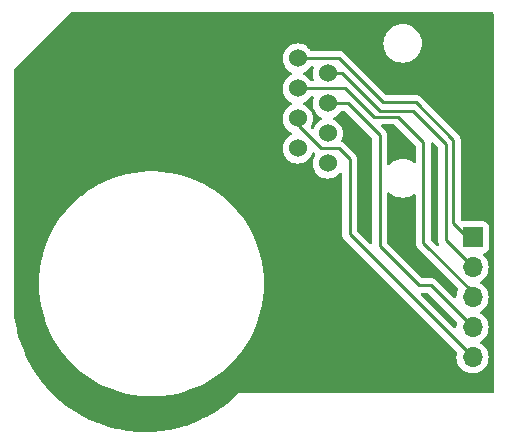
<source format=gbr>
%TF.GenerationSoftware,KiCad,Pcbnew,(7.0.0)*%
%TF.CreationDate,2023-04-04T21:03:58-04:00*%
%TF.ProjectId,StackLight,53746163-6b4c-4696-9768-742e6b696361,rev?*%
%TF.SameCoordinates,Original*%
%TF.FileFunction,Copper,L1,Top*%
%TF.FilePolarity,Positive*%
%FSLAX46Y46*%
G04 Gerber Fmt 4.6, Leading zero omitted, Abs format (unit mm)*
G04 Created by KiCad (PCBNEW (7.0.0)) date 2023-04-04 21:03:58*
%MOMM*%
%LPD*%
G01*
G04 APERTURE LIST*
%TA.AperFunction,ComponentPad*%
%ADD10R,1.700000X1.700000*%
%TD*%
%TA.AperFunction,ComponentPad*%
%ADD11O,1.700000X1.700000*%
%TD*%
%TA.AperFunction,ComponentPad*%
%ADD12C,1.524000*%
%TD*%
%TA.AperFunction,Conductor*%
%ADD13C,0.250000*%
%TD*%
G04 APERTURE END LIST*
D10*
%TO.P,J2,1,Pin_1*%
%TO.N,Net-(J1-Pad8)*%
X153923999Y-93979999D03*
D11*
%TO.P,J2,2,Pin_2*%
%TO.N,Net-(J1-Pad7)*%
X153923999Y-96519999D03*
%TO.P,J2,3,Pin_3*%
%TO.N,Net-(J1-Pad6)*%
X153923999Y-99059999D03*
%TO.P,J2,4,Pin_4*%
%TO.N,Net-(J1-Pad5)*%
X153923999Y-101599999D03*
%TO.P,J2,5,Pin_5*%
%TO.N,Net-(J1-Pad4)*%
X153923999Y-104139999D03*
%TD*%
D12*
%TO.P,J1,1*%
%TO.N,unconnected-(J1-Pad1)*%
X141662000Y-87730000D03*
%TO.P,J1,2*%
%TO.N,unconnected-(J1-Pad2)*%
X139122000Y-86460000D03*
%TO.P,J1,3*%
%TO.N,unconnected-(J1-Pad3)*%
X141662000Y-85190000D03*
%TO.P,J1,4*%
%TO.N,Net-(J1-Pad4)*%
X139122000Y-83920000D03*
%TO.P,J1,5*%
%TO.N,Net-(J1-Pad5)*%
X141662000Y-82650000D03*
%TO.P,J1,6*%
%TO.N,Net-(J1-Pad6)*%
X139122000Y-81380000D03*
%TO.P,J1,7*%
%TO.N,Net-(J1-Pad7)*%
X141662000Y-80110000D03*
%TO.P,J1,8*%
%TO.N,Net-(J1-Pad8)*%
X139122000Y-78840000D03*
%TD*%
D13*
%TO.N,Net-(J1-Pad4)*%
X141066430Y-86456430D02*
X139192000Y-84582000D01*
X142590430Y-86456430D02*
X141066430Y-86456430D01*
X143510000Y-93726000D02*
X143510000Y-87376000D01*
X143510000Y-87376000D02*
X142590430Y-86456430D01*
X153924000Y-104140000D02*
X143510000Y-93726000D01*
%TO.N,Net-(J1-Pad5)*%
X146050000Y-85344000D02*
X146050000Y-94742000D01*
X150368000Y-98044000D02*
X153924000Y-101600000D01*
X149352000Y-98044000D02*
X150368000Y-98044000D01*
X146050000Y-94742000D02*
X149352000Y-98044000D01*
X143356000Y-82650000D02*
X146050000Y-85344000D01*
X141662000Y-82650000D02*
X143356000Y-82650000D01*
%TO.N,Net-(J1-Pad6)*%
X149759495Y-94458826D02*
X149759495Y-85947495D01*
X143102000Y-81380000D02*
X139122000Y-81380000D01*
X147574000Y-83762000D02*
X145600000Y-83762000D01*
X149759495Y-85947495D02*
X147574000Y-83762000D01*
X153924000Y-99060000D02*
X153924000Y-98623331D01*
X153924000Y-98623331D02*
X149759495Y-94458826D01*
X145542000Y-83820000D02*
X143102000Y-81380000D01*
X145600000Y-83762000D02*
X145542000Y-83820000D01*
%TO.N,Net-(J1-Pad7)*%
X142848000Y-80110000D02*
X146050000Y-83312000D01*
X151638000Y-86106000D02*
X151638000Y-94234000D01*
X151638000Y-94234000D02*
X153924000Y-96520000D01*
X148844000Y-83312000D02*
X151638000Y-86106000D01*
X141662000Y-80110000D02*
X142848000Y-80110000D01*
X146050000Y-83312000D02*
X148844000Y-83312000D01*
%TO.N,Net-(J1-Pad8)*%
X152275000Y-92761777D02*
X153493223Y-93980000D01*
X142594000Y-78840000D02*
X146304000Y-82550000D01*
X146304000Y-82550000D02*
X149098000Y-82550000D01*
X149098000Y-82550000D02*
X152275000Y-85727000D01*
X139122000Y-78840000D02*
X142594000Y-78840000D01*
X153493223Y-93980000D02*
X153924000Y-93980000D01*
X152275000Y-85727000D02*
X152275000Y-92761777D01*
%TD*%
%TA.AperFunction,NonConductor*%
G36*
X155638500Y-74947381D02*
G01*
X155684619Y-74993500D01*
X155701500Y-75056500D01*
X155701500Y-107061500D01*
X155684619Y-107124500D01*
X155638500Y-107170619D01*
X155575500Y-107187500D01*
X144780099Y-107187500D01*
X134112207Y-107187500D01*
X134111999Y-107187293D01*
X134111716Y-107187575D01*
X134111617Y-107187617D01*
X134111578Y-107187709D01*
X134101509Y-107197229D01*
X134101506Y-107197232D01*
X133636806Y-107636640D01*
X133631263Y-107641581D01*
X133285151Y-107932213D01*
X133284931Y-107932396D01*
X133127070Y-108064343D01*
X133121465Y-108068765D01*
X132795244Y-108311420D01*
X132794861Y-108311704D01*
X132592595Y-108460973D01*
X132586892Y-108464944D01*
X132263073Y-108677379D01*
X132262514Y-108677743D01*
X132035410Y-108825017D01*
X132029642Y-108828541D01*
X131703450Y-109016026D01*
X131702706Y-109016451D01*
X131457514Y-109155170D01*
X131451714Y-109158254D01*
X131121078Y-109323187D01*
X131120139Y-109323651D01*
X130861016Y-109450233D01*
X130855216Y-109452886D01*
X130519605Y-109596277D01*
X130518464Y-109596758D01*
X130247959Y-109709201D01*
X130242188Y-109711436D01*
X129901979Y-109833633D01*
X129900632Y-109834108D01*
X129620570Y-109931132D01*
X129614858Y-109932960D01*
X129270446Y-110034198D01*
X129268889Y-110034644D01*
X128981100Y-110115235D01*
X128975474Y-110116672D01*
X128627642Y-110196996D01*
X128625876Y-110197390D01*
X128331784Y-110260871D01*
X128326268Y-110261934D01*
X127975900Y-110321357D01*
X127973926Y-110321676D01*
X127674956Y-110367514D01*
X127669576Y-110368220D01*
X127317544Y-110406767D01*
X127315365Y-110406987D01*
X127013014Y-110434786D01*
X127007790Y-110435157D01*
X126655041Y-110452851D01*
X126652663Y-110452948D01*
X126348196Y-110462459D01*
X126343151Y-110462515D01*
X125990796Y-110459407D01*
X125988225Y-110459358D01*
X125683016Y-110450436D01*
X125678166Y-110450201D01*
X125327173Y-110426379D01*
X125324421Y-110426162D01*
X125019725Y-110398764D01*
X125015087Y-110398260D01*
X124666598Y-110353866D01*
X124663674Y-110353459D01*
X124360721Y-110307630D01*
X124356310Y-110306882D01*
X124011417Y-110242108D01*
X124008352Y-110241493D01*
X123708354Y-110177367D01*
X123704217Y-110176409D01*
X123363978Y-110091488D01*
X123360757Y-110090638D01*
X123065004Y-110008456D01*
X123061077Y-110007296D01*
X122726601Y-109902533D01*
X122723255Y-109901433D01*
X122432880Y-109801488D01*
X122429221Y-109800165D01*
X122287958Y-109746594D01*
X122101573Y-109675910D01*
X122098121Y-109674542D01*
X121814253Y-109557210D01*
X121810843Y-109555741D01*
X121491093Y-109412405D01*
X121487556Y-109410753D01*
X121211338Y-109276505D01*
X121208191Y-109274921D01*
X120897415Y-109112985D01*
X120893816Y-109111035D01*
X120626288Y-108960388D01*
X120623406Y-108958714D01*
X120505182Y-108887959D01*
X120322536Y-108778648D01*
X120318926Y-108776404D01*
X120165553Y-108677379D01*
X120061208Y-108610008D01*
X120058591Y-108608271D01*
X119768596Y-108410621D01*
X119764960Y-108408048D01*
X119518038Y-108226586D01*
X119515739Y-108224855D01*
X119237574Y-108010220D01*
X119233934Y-108007302D01*
X118998779Y-107811547D01*
X118996677Y-107809757D01*
X118843465Y-107676425D01*
X118731337Y-107578846D01*
X118727748Y-107575600D01*
X118586206Y-107442500D01*
X118505312Y-107366430D01*
X118503461Y-107364654D01*
X118462825Y-107324849D01*
X118251679Y-107118018D01*
X118248147Y-107114416D01*
X118039300Y-106892768D01*
X118037684Y-106891020D01*
X117943970Y-106787721D01*
X117800349Y-106629409D01*
X117796936Y-106625485D01*
X117602400Y-106392270D01*
X117601076Y-106390655D01*
X117378957Y-106114762D01*
X117375645Y-106110462D01*
X117196298Y-105866928D01*
X117195125Y-105865309D01*
X116988954Y-105575841D01*
X116985799Y-105571195D01*
X116865874Y-105385860D01*
X116822275Y-105318481D01*
X116821382Y-105317078D01*
X116631769Y-105014609D01*
X116628823Y-105009662D01*
X116481823Y-104749222D01*
X116481045Y-104747822D01*
X116308686Y-104433078D01*
X116305938Y-104427763D01*
X116176060Y-104161215D01*
X116175442Y-104159928D01*
X116145361Y-104096373D01*
X116020832Y-103833270D01*
X116018342Y-103827659D01*
X115906078Y-103556820D01*
X115905639Y-103555746D01*
X115769247Y-103217339D01*
X115767037Y-103211428D01*
X115672893Y-102938794D01*
X115672555Y-102937804D01*
X115612531Y-102759184D01*
X115554837Y-102587496D01*
X115552936Y-102581306D01*
X115477198Y-102309804D01*
X115477072Y-102309346D01*
X115378376Y-101946013D01*
X115376780Y-101939445D01*
X115319898Y-101674636D01*
X115319760Y-101673984D01*
X115282362Y-101495283D01*
X115240465Y-101295082D01*
X115239231Y-101288252D01*
X115201401Y-101039855D01*
X115141611Y-100637048D01*
X115140765Y-100629962D01*
X115137485Y-100593888D01*
X115122174Y-100425517D01*
X115082204Y-99974615D01*
X115081768Y-99967212D01*
X115079577Y-99892904D01*
X115062554Y-99315458D01*
X115062500Y-99311746D01*
X115062500Y-97917000D01*
X117215603Y-97917000D01*
X117215668Y-97919027D01*
X117235118Y-98525579D01*
X117235119Y-98525601D01*
X117235184Y-98527615D01*
X117235376Y-98529612D01*
X117235378Y-98529633D01*
X117293654Y-99133727D01*
X117293656Y-99133749D01*
X117293847Y-99135720D01*
X117294163Y-99137677D01*
X117294166Y-99137697D01*
X117391032Y-99736842D01*
X117391035Y-99736858D01*
X117391352Y-99738818D01*
X117391796Y-99740765D01*
X117391797Y-99740768D01*
X117526850Y-100332478D01*
X117526855Y-100332498D01*
X117527296Y-100334429D01*
X117527864Y-100336345D01*
X117527866Y-100336350D01*
X117700546Y-100918167D01*
X117700550Y-100918181D01*
X117701122Y-100920106D01*
X117701815Y-100921990D01*
X117701820Y-100922004D01*
X117839119Y-101295091D01*
X117912115Y-101493444D01*
X117912928Y-101495281D01*
X117912929Y-101495283D01*
X118001972Y-101696432D01*
X118159409Y-102052084D01*
X118160337Y-102053864D01*
X118160341Y-102053871D01*
X118441060Y-102591958D01*
X118441073Y-102591981D01*
X118441987Y-102593733D01*
X118443017Y-102595432D01*
X118443026Y-102595448D01*
X118609459Y-102869996D01*
X118758688Y-103116164D01*
X118759833Y-103117806D01*
X118759836Y-103117810D01*
X119105749Y-103613704D01*
X119108210Y-103617231D01*
X119109466Y-103618806D01*
X119109472Y-103618814D01*
X119172130Y-103697384D01*
X119489118Y-104094874D01*
X119490473Y-104096366D01*
X119490479Y-104096373D01*
X119733865Y-104364368D01*
X119899846Y-104547131D01*
X120338706Y-104972143D01*
X120803895Y-105368164D01*
X121293501Y-105733567D01*
X121805513Y-106066850D01*
X122337826Y-106366643D01*
X122888254Y-106631715D01*
X122890140Y-106632478D01*
X122890141Y-106632479D01*
X123452639Y-106860210D01*
X123452644Y-106860212D01*
X123454534Y-106860977D01*
X124034339Y-107053485D01*
X124625287Y-107208450D01*
X125224950Y-107325234D01*
X125830862Y-107403358D01*
X126440536Y-107442500D01*
X127049450Y-107442500D01*
X127051464Y-107442500D01*
X127661138Y-107403358D01*
X128267050Y-107325234D01*
X128866713Y-107208450D01*
X129457661Y-107053485D01*
X130037466Y-106860977D01*
X130603746Y-106631715D01*
X131154174Y-106366643D01*
X131686487Y-106066850D01*
X132198499Y-105733567D01*
X132688105Y-105368164D01*
X133153294Y-104972143D01*
X133592154Y-104547131D01*
X134002882Y-104094874D01*
X134383790Y-103617231D01*
X134733312Y-103116164D01*
X135050013Y-102593733D01*
X135332591Y-102052084D01*
X135579885Y-101493444D01*
X135790878Y-100920106D01*
X135964704Y-100334429D01*
X136100648Y-99738818D01*
X136198153Y-99135720D01*
X136256816Y-98527615D01*
X136276397Y-97917000D01*
X136256816Y-97306385D01*
X136198153Y-96698280D01*
X136100648Y-96095182D01*
X135964704Y-95499571D01*
X135790878Y-94913894D01*
X135579885Y-94340556D01*
X135332591Y-93781916D01*
X135251655Y-93626778D01*
X135050939Y-93242041D01*
X135050932Y-93242028D01*
X135050013Y-93240267D01*
X134733312Y-92717836D01*
X134383790Y-92216769D01*
X134002882Y-91739126D01*
X133592154Y-91286869D01*
X133153294Y-90861857D01*
X132688105Y-90465836D01*
X132372304Y-90230147D01*
X132200114Y-90101638D01*
X132200107Y-90101633D01*
X132198499Y-90100433D01*
X132196812Y-90099334D01*
X132196805Y-90099330D01*
X131694234Y-89772193D01*
X131686487Y-89767150D01*
X131154174Y-89467357D01*
X131152361Y-89466484D01*
X131152344Y-89466475D01*
X130605579Y-89203167D01*
X130605560Y-89203158D01*
X130603746Y-89202285D01*
X130601874Y-89201527D01*
X130601858Y-89201520D01*
X130039360Y-88973789D01*
X130039338Y-88973781D01*
X130037466Y-88973023D01*
X130035538Y-88972383D01*
X130035533Y-88972381D01*
X129459559Y-88781145D01*
X129459553Y-88781143D01*
X129457661Y-88780515D01*
X129162364Y-88703079D01*
X128868658Y-88626060D01*
X128868656Y-88626059D01*
X128866713Y-88625550D01*
X128864744Y-88625166D01*
X128864733Y-88625164D01*
X128269026Y-88509150D01*
X128269001Y-88509145D01*
X128267050Y-88508766D01*
X128265081Y-88508512D01*
X128265068Y-88508510D01*
X127663138Y-88430899D01*
X127663111Y-88430896D01*
X127661138Y-88430642D01*
X127659118Y-88430512D01*
X127659115Y-88430512D01*
X127053475Y-88391629D01*
X127053471Y-88391628D01*
X127051464Y-88391500D01*
X126440536Y-88391500D01*
X126438529Y-88391628D01*
X126438524Y-88391629D01*
X125832884Y-88430512D01*
X125832878Y-88430512D01*
X125830862Y-88430642D01*
X125828891Y-88430896D01*
X125828861Y-88430899D01*
X125226931Y-88508510D01*
X125226913Y-88508512D01*
X125224950Y-88508766D01*
X125223003Y-88509145D01*
X125222973Y-88509150D01*
X124627266Y-88625164D01*
X124627248Y-88625168D01*
X124625287Y-88625550D01*
X124623349Y-88626057D01*
X124623341Y-88626060D01*
X124036275Y-88780007D01*
X124036265Y-88780009D01*
X124034339Y-88780515D01*
X124032454Y-88781140D01*
X124032440Y-88781145D01*
X123456466Y-88972381D01*
X123456451Y-88972386D01*
X123454534Y-88973023D01*
X123452671Y-88973777D01*
X123452639Y-88973789D01*
X122890141Y-89201520D01*
X122890113Y-89201532D01*
X122888254Y-89202285D01*
X122886450Y-89203153D01*
X122886420Y-89203167D01*
X122339655Y-89466475D01*
X122339625Y-89466490D01*
X122337826Y-89467357D01*
X122336064Y-89468348D01*
X122336055Y-89468354D01*
X121807275Y-89766157D01*
X121807259Y-89766166D01*
X121805513Y-89767150D01*
X121803825Y-89768248D01*
X121803818Y-89768253D01*
X121295194Y-90099330D01*
X121295172Y-90099344D01*
X121293501Y-90100433D01*
X121291906Y-90101622D01*
X121291885Y-90101638D01*
X120828544Y-90447440D01*
X120803895Y-90465836D01*
X120802381Y-90467124D01*
X120802362Y-90467140D01*
X120340244Y-90860547D01*
X120340232Y-90860557D01*
X120338706Y-90861857D01*
X120337257Y-90863260D01*
X120337254Y-90863263D01*
X119901296Y-91285464D01*
X119901284Y-91285476D01*
X119899846Y-91286869D01*
X119898506Y-91288343D01*
X119898489Y-91288362D01*
X119490479Y-91737626D01*
X119490460Y-91737648D01*
X119489118Y-91739126D01*
X119487870Y-91740690D01*
X119487858Y-91740705D01*
X119109472Y-92215185D01*
X119109454Y-92215208D01*
X119108210Y-92216769D01*
X119107067Y-92218407D01*
X119107051Y-92218429D01*
X118759836Y-92716189D01*
X118759823Y-92716207D01*
X118758688Y-92717836D01*
X118757653Y-92719541D01*
X118757646Y-92719554D01*
X118443026Y-93238551D01*
X118443009Y-93238580D01*
X118441987Y-93240267D01*
X118441080Y-93242004D01*
X118441060Y-93242041D01*
X118160341Y-93780128D01*
X118160331Y-93780147D01*
X118159409Y-93781916D01*
X118158596Y-93783752D01*
X118158590Y-93783765D01*
X117912929Y-94338716D01*
X117912923Y-94338729D01*
X117912115Y-94340556D01*
X117911424Y-94342433D01*
X117911419Y-94342446D01*
X117701820Y-94911995D01*
X117701812Y-94912018D01*
X117701122Y-94913894D01*
X117700553Y-94915808D01*
X117700546Y-94915832D01*
X117553132Y-95412520D01*
X117527296Y-95499571D01*
X117526857Y-95501493D01*
X117526850Y-95501521D01*
X117395414Y-96077384D01*
X117391352Y-96095182D01*
X117391036Y-96097136D01*
X117391032Y-96097157D01*
X117294166Y-96696302D01*
X117294162Y-96696326D01*
X117293847Y-96698280D01*
X117293657Y-96700246D01*
X117293654Y-96700272D01*
X117235378Y-97304366D01*
X117235376Y-97304389D01*
X117235184Y-97306385D01*
X117235119Y-97308396D01*
X117235118Y-97308420D01*
X117218981Y-97811658D01*
X117215603Y-97917000D01*
X115062500Y-97917000D01*
X115062500Y-86460000D01*
X137846647Y-86460000D01*
X137847126Y-86465475D01*
X137865542Y-86675983D01*
X137865543Y-86675989D01*
X137866022Y-86681463D01*
X137867443Y-86686769D01*
X137867445Y-86686776D01*
X137894918Y-86789303D01*
X137923560Y-86896196D01*
X137925882Y-86901176D01*
X137925883Y-86901178D01*
X137964801Y-86984637D01*
X138017512Y-87097677D01*
X138020665Y-87102180D01*
X138020668Y-87102185D01*
X138094794Y-87208046D01*
X138145023Y-87279781D01*
X138302219Y-87436977D01*
X138396828Y-87503223D01*
X138465398Y-87551237D01*
X138484323Y-87564488D01*
X138685804Y-87658440D01*
X138900537Y-87715978D01*
X139122000Y-87735353D01*
X139343463Y-87715978D01*
X139558196Y-87658440D01*
X139759677Y-87564488D01*
X139941781Y-87436977D01*
X140098977Y-87279781D01*
X140226488Y-87097677D01*
X140320440Y-86896196D01*
X140325207Y-86878402D01*
X140357816Y-86821917D01*
X140414301Y-86789303D01*
X140479525Y-86789302D01*
X140536010Y-86821914D01*
X140562772Y-86848676D01*
X140570314Y-86856963D01*
X140574430Y-86863448D01*
X140580207Y-86868873D01*
X140580208Y-86868874D01*
X140581348Y-86869944D01*
X140582303Y-86871406D01*
X140585261Y-86874981D01*
X140584857Y-86875314D01*
X140613841Y-86919665D01*
X140619946Y-86978747D01*
X140598306Y-87034061D01*
X140560670Y-87087812D01*
X140560663Y-87087822D01*
X140557512Y-87092324D01*
X140555191Y-87097299D01*
X140555187Y-87097308D01*
X140465883Y-87288821D01*
X140465880Y-87288827D01*
X140463560Y-87293804D01*
X140462137Y-87299112D01*
X140462137Y-87299114D01*
X140407445Y-87503223D01*
X140407443Y-87503232D01*
X140406022Y-87508537D01*
X140405543Y-87514008D01*
X140405542Y-87514016D01*
X140390663Y-87684092D01*
X140386647Y-87730000D01*
X140387126Y-87735475D01*
X140405542Y-87945983D01*
X140405543Y-87945989D01*
X140406022Y-87951463D01*
X140407443Y-87956769D01*
X140407445Y-87956776D01*
X140434275Y-88056903D01*
X140463560Y-88166196D01*
X140557512Y-88367677D01*
X140560665Y-88372180D01*
X140560668Y-88372185D01*
X140605711Y-88436512D01*
X140685023Y-88549781D01*
X140842219Y-88706977D01*
X141024323Y-88834488D01*
X141225804Y-88928440D01*
X141440537Y-88985978D01*
X141662000Y-89005353D01*
X141883463Y-88985978D01*
X142098196Y-88928440D01*
X142299677Y-88834488D01*
X142481781Y-88706977D01*
X142638977Y-88549781D01*
X142643139Y-88543836D01*
X142647287Y-88537914D01*
X142695265Y-88496936D01*
X142757094Y-88484357D01*
X142817270Y-88503330D01*
X142860702Y-88549098D01*
X142876500Y-88610184D01*
X142876500Y-93647233D01*
X142875972Y-93658416D01*
X142874298Y-93665909D01*
X142874547Y-93673833D01*
X142874547Y-93673835D01*
X142876438Y-93733986D01*
X142876500Y-93737945D01*
X142876500Y-93765856D01*
X142876995Y-93769774D01*
X142876997Y-93769806D01*
X142877008Y-93769888D01*
X142877937Y-93781697D01*
X142879077Y-93817969D01*
X142879078Y-93817976D01*
X142879327Y-93825889D01*
X142881537Y-93833498D01*
X142881538Y-93833500D01*
X142884978Y-93845342D01*
X142888986Y-93864693D01*
X142891526Y-93884797D01*
X142894444Y-93892169D01*
X142894445Y-93892170D01*
X142907800Y-93925901D01*
X142911645Y-93937130D01*
X142921771Y-93971986D01*
X142921773Y-93971992D01*
X142923982Y-93979593D01*
X142928014Y-93986411D01*
X142928015Y-93986413D01*
X142934293Y-93997029D01*
X142942990Y-94014782D01*
X142950448Y-94033617D01*
X142955107Y-94040030D01*
X142955108Y-94040031D01*
X142976432Y-94069381D01*
X142982948Y-94079301D01*
X143001422Y-94110538D01*
X143005458Y-94117362D01*
X143011062Y-94122966D01*
X143011063Y-94122967D01*
X143019778Y-94131682D01*
X143032618Y-94146715D01*
X143044528Y-94163107D01*
X143050635Y-94168159D01*
X143050636Y-94168160D01*
X143078598Y-94191292D01*
X143087378Y-94199282D01*
X152574133Y-103686038D01*
X152606517Y-103741684D01*
X152607182Y-103806060D01*
X152579436Y-103915632D01*
X152579006Y-103920820D01*
X152579005Y-103920827D01*
X152564900Y-104091051D01*
X152560844Y-104140000D01*
X152579436Y-104364368D01*
X152580717Y-104369426D01*
X152626073Y-104548535D01*
X152634704Y-104582616D01*
X152725140Y-104788791D01*
X152848278Y-104977268D01*
X152851806Y-104981100D01*
X152997227Y-105139069D01*
X152997231Y-105139073D01*
X153000760Y-105142906D01*
X153178424Y-105281189D01*
X153376426Y-105388342D01*
X153381355Y-105390034D01*
X153381357Y-105390035D01*
X153482895Y-105424893D01*
X153589365Y-105461444D01*
X153811431Y-105498500D01*
X154031358Y-105498500D01*
X154036569Y-105498500D01*
X154258635Y-105461444D01*
X154471574Y-105388342D01*
X154669576Y-105281189D01*
X154847240Y-105142906D01*
X154999722Y-104977268D01*
X155122860Y-104788791D01*
X155213296Y-104582616D01*
X155268564Y-104364368D01*
X155287156Y-104140000D01*
X155268564Y-103915632D01*
X155213296Y-103697384D01*
X155122860Y-103491209D01*
X154999722Y-103302732D01*
X154915670Y-103211428D01*
X154850772Y-103140930D01*
X154850767Y-103140925D01*
X154847240Y-103137094D01*
X154669576Y-102998811D01*
X154664997Y-102996333D01*
X154664994Y-102996331D01*
X154636318Y-102980812D01*
X154588047Y-102934494D01*
X154570289Y-102869996D01*
X154588050Y-102805499D01*
X154636321Y-102759185D01*
X154669576Y-102741189D01*
X154847240Y-102602906D01*
X154999722Y-102437268D01*
X155122860Y-102248791D01*
X155213296Y-102042616D01*
X155268564Y-101824368D01*
X155287156Y-101600000D01*
X155268564Y-101375632D01*
X155213296Y-101157384D01*
X155122860Y-100951209D01*
X154999722Y-100762732D01*
X154938956Y-100696723D01*
X154850772Y-100600930D01*
X154850767Y-100600925D01*
X154847240Y-100597094D01*
X154669576Y-100458811D01*
X154665002Y-100456336D01*
X154664995Y-100456331D01*
X154636320Y-100440814D01*
X154588048Y-100394498D01*
X154570289Y-100330000D01*
X154588048Y-100265502D01*
X154636320Y-100219186D01*
X154664995Y-100203668D01*
X154664994Y-100203668D01*
X154669576Y-100201189D01*
X154847240Y-100062906D01*
X154999722Y-99897268D01*
X155122860Y-99708791D01*
X155213296Y-99502616D01*
X155268564Y-99284368D01*
X155287156Y-99060000D01*
X155268564Y-98835632D01*
X155213296Y-98617384D01*
X155122860Y-98411209D01*
X154999722Y-98222732D01*
X154938956Y-98156723D01*
X154850772Y-98060930D01*
X154850767Y-98060925D01*
X154847240Y-98057094D01*
X154669576Y-97918811D01*
X154665002Y-97916336D01*
X154664995Y-97916331D01*
X154636320Y-97900814D01*
X154588048Y-97854498D01*
X154570289Y-97790000D01*
X154588048Y-97725502D01*
X154636320Y-97679186D01*
X154664995Y-97663668D01*
X154664994Y-97663668D01*
X154669576Y-97661189D01*
X154847240Y-97522906D01*
X154999722Y-97357268D01*
X155122860Y-97168791D01*
X155213296Y-96962616D01*
X155268564Y-96744368D01*
X155287156Y-96520000D01*
X155268564Y-96295632D01*
X155213296Y-96077384D01*
X155122860Y-95871209D01*
X154999722Y-95682732D01*
X154856525Y-95527180D01*
X154827288Y-95473576D01*
X154826685Y-95412520D01*
X154854859Y-95358350D01*
X154905191Y-95323786D01*
X155020204Y-95280889D01*
X155137261Y-95193261D01*
X155224889Y-95076204D01*
X155275989Y-94939201D01*
X155282500Y-94878638D01*
X155282500Y-93081362D01*
X155275989Y-93020799D01*
X155224889Y-92883796D01*
X155137261Y-92766739D01*
X155076232Y-92721053D01*
X155027417Y-92684510D01*
X155027414Y-92684508D01*
X155020204Y-92679111D01*
X155011766Y-92675964D01*
X155011763Y-92675962D01*
X154890580Y-92630763D01*
X154890578Y-92630762D01*
X154883201Y-92628011D01*
X154875373Y-92627169D01*
X154875367Y-92627168D01*
X154825988Y-92621860D01*
X154825985Y-92621859D01*
X154822638Y-92621500D01*
X154819269Y-92621500D01*
X153082818Y-92621500D01*
X153034600Y-92611909D01*
X152993723Y-92584595D01*
X152945405Y-92536277D01*
X152918091Y-92495400D01*
X152908500Y-92447182D01*
X152908500Y-85805763D01*
X152909027Y-85794579D01*
X152910701Y-85787091D01*
X152908561Y-85719032D01*
X152908500Y-85715075D01*
X152908500Y-85691100D01*
X152908500Y-85687144D01*
X152907993Y-85683134D01*
X152907061Y-85671294D01*
X152906662Y-85658594D01*
X152905673Y-85627110D01*
X152900020Y-85607656D01*
X152896012Y-85588297D01*
X152893474Y-85568203D01*
X152877197Y-85527092D01*
X152873358Y-85515882D01*
X152861018Y-85473406D01*
X152850703Y-85455966D01*
X152842010Y-85438221D01*
X152834552Y-85419383D01*
X152808564Y-85383614D01*
X152802046Y-85373690D01*
X152783578Y-85342462D01*
X152779542Y-85335637D01*
X152765217Y-85321312D01*
X152752376Y-85306277D01*
X152745134Y-85296309D01*
X152745131Y-85296306D01*
X152740472Y-85289893D01*
X152706405Y-85261710D01*
X152697626Y-85253721D01*
X149601646Y-82157741D01*
X149594112Y-82149463D01*
X149590000Y-82142982D01*
X149540348Y-82096356D01*
X149537506Y-82093601D01*
X149520574Y-82076669D01*
X149520573Y-82076668D01*
X149517770Y-82073865D01*
X149514575Y-82071386D01*
X149505554Y-82063682D01*
X149479097Y-82038838D01*
X149473321Y-82033414D01*
X149466377Y-82029596D01*
X149466371Y-82029592D01*
X149455566Y-82023652D01*
X149439047Y-82012801D01*
X149423041Y-82000386D01*
X149415766Y-81997238D01*
X149415763Y-81997236D01*
X149382466Y-81982828D01*
X149371804Y-81977605D01*
X149340007Y-81960124D01*
X149340005Y-81960123D01*
X149333060Y-81956305D01*
X149325383Y-81954334D01*
X149325381Y-81954333D01*
X149313438Y-81951267D01*
X149294734Y-81944863D01*
X149283420Y-81939967D01*
X149283418Y-81939966D01*
X149276145Y-81936819D01*
X149268319Y-81935579D01*
X149268318Y-81935579D01*
X149232475Y-81929902D01*
X149220859Y-81927496D01*
X149178030Y-81916500D01*
X149170101Y-81916500D01*
X149157776Y-81916500D01*
X149138065Y-81914949D01*
X149125885Y-81913019D01*
X149125878Y-81913018D01*
X149118057Y-81911780D01*
X149110173Y-81912525D01*
X149110165Y-81912525D01*
X149074039Y-81915941D01*
X149062181Y-81916500D01*
X146618595Y-81916500D01*
X146570377Y-81906909D01*
X146529500Y-81879595D01*
X143097646Y-78447741D01*
X143090112Y-78439463D01*
X143086000Y-78432982D01*
X143036348Y-78386356D01*
X143033506Y-78383601D01*
X143016574Y-78366669D01*
X143013770Y-78363865D01*
X143010575Y-78361386D01*
X143001554Y-78353682D01*
X142975097Y-78328838D01*
X142969321Y-78323414D01*
X142962377Y-78319596D01*
X142962371Y-78319592D01*
X142951566Y-78313652D01*
X142935047Y-78302801D01*
X142919041Y-78290386D01*
X142911766Y-78287238D01*
X142911763Y-78287236D01*
X142878466Y-78272828D01*
X142867804Y-78267605D01*
X142836007Y-78250124D01*
X142836005Y-78250123D01*
X142829060Y-78246305D01*
X142821383Y-78244334D01*
X142821381Y-78244333D01*
X142809438Y-78241267D01*
X142790734Y-78234863D01*
X142779420Y-78229967D01*
X142779418Y-78229966D01*
X142772145Y-78226819D01*
X142764319Y-78225579D01*
X142764318Y-78225579D01*
X142728475Y-78219902D01*
X142716859Y-78217496D01*
X142674030Y-78206500D01*
X142666101Y-78206500D01*
X142653776Y-78206500D01*
X142634065Y-78204949D01*
X142621885Y-78203019D01*
X142621878Y-78203018D01*
X142614057Y-78201780D01*
X142606173Y-78202525D01*
X142606165Y-78202525D01*
X142570039Y-78205941D01*
X142558181Y-78206500D01*
X140295004Y-78206500D01*
X140236824Y-78192263D01*
X140191791Y-78152771D01*
X140139739Y-78078433D01*
X140098977Y-78020219D01*
X139941781Y-77863023D01*
X139870046Y-77812794D01*
X139764185Y-77738668D01*
X139764180Y-77738665D01*
X139759677Y-77735512D01*
X139558196Y-77641560D01*
X139527291Y-77633279D01*
X139348776Y-77585445D01*
X139348769Y-77585443D01*
X139343463Y-77584022D01*
X139337989Y-77583543D01*
X139337983Y-77583542D01*
X139183188Y-77570000D01*
X146381474Y-77570000D01*
X146381862Y-77574930D01*
X146401159Y-77820136D01*
X146401160Y-77820144D01*
X146401548Y-77825070D01*
X146402702Y-77829878D01*
X146402703Y-77829882D01*
X146449482Y-78024730D01*
X146461278Y-78073860D01*
X146463171Y-78078430D01*
X146463172Y-78078433D01*
X146524122Y-78225579D01*
X146559191Y-78310243D01*
X146561776Y-78314462D01*
X146561777Y-78314463D01*
X146631078Y-78427553D01*
X146692877Y-78528399D01*
X146859044Y-78722956D01*
X147053601Y-78889123D01*
X147271757Y-79022809D01*
X147508140Y-79120722D01*
X147756930Y-79180452D01*
X148012000Y-79200526D01*
X148267070Y-79180452D01*
X148515860Y-79120722D01*
X148752243Y-79022809D01*
X148970399Y-78889123D01*
X149164956Y-78722956D01*
X149331123Y-78528399D01*
X149464809Y-78310243D01*
X149562722Y-78073860D01*
X149622452Y-77825070D01*
X149642526Y-77570000D01*
X149622452Y-77314930D01*
X149562722Y-77066140D01*
X149464809Y-76829757D01*
X149331123Y-76611601D01*
X149164956Y-76417044D01*
X148970399Y-76250877D01*
X148752243Y-76117191D01*
X148515860Y-76019278D01*
X148511052Y-76018123D01*
X148511047Y-76018122D01*
X148271882Y-75960703D01*
X148271878Y-75960702D01*
X148267070Y-75959548D01*
X148262144Y-75959160D01*
X148262136Y-75959159D01*
X148016930Y-75939862D01*
X148012000Y-75939474D01*
X148007070Y-75939862D01*
X147761863Y-75959159D01*
X147761853Y-75959160D01*
X147756930Y-75959548D01*
X147752123Y-75960702D01*
X147752117Y-75960703D01*
X147512952Y-76018122D01*
X147512943Y-76018124D01*
X147508140Y-76019278D01*
X147503572Y-76021169D01*
X147503566Y-76021172D01*
X147276331Y-76115296D01*
X147276326Y-76115298D01*
X147271757Y-76117191D01*
X147267542Y-76119773D01*
X147267536Y-76119777D01*
X147057818Y-76248292D01*
X147057810Y-76248297D01*
X147053601Y-76250877D01*
X147049840Y-76254088D01*
X147049836Y-76254092D01*
X146862806Y-76413830D01*
X146862799Y-76413836D01*
X146859044Y-76417044D01*
X146855836Y-76420799D01*
X146855830Y-76420806D01*
X146696092Y-76607836D01*
X146696088Y-76607840D01*
X146692877Y-76611601D01*
X146690297Y-76615810D01*
X146690292Y-76615818D01*
X146561777Y-76825536D01*
X146561773Y-76825542D01*
X146559191Y-76829757D01*
X146557298Y-76834326D01*
X146557296Y-76834331D01*
X146463172Y-77061566D01*
X146463169Y-77061572D01*
X146461278Y-77066140D01*
X146460124Y-77070943D01*
X146460122Y-77070952D01*
X146402703Y-77310117D01*
X146402702Y-77310123D01*
X146401548Y-77314930D01*
X146401160Y-77319853D01*
X146401159Y-77319863D01*
X146382088Y-77562194D01*
X146381474Y-77570000D01*
X139183188Y-77570000D01*
X139127475Y-77565126D01*
X139122000Y-77564647D01*
X139116525Y-77565126D01*
X138906016Y-77583542D01*
X138906008Y-77583543D01*
X138900537Y-77584022D01*
X138895232Y-77585443D01*
X138895223Y-77585445D01*
X138691114Y-77640137D01*
X138691112Y-77640137D01*
X138685804Y-77641560D01*
X138680827Y-77643880D01*
X138680821Y-77643883D01*
X138489311Y-77733186D01*
X138489306Y-77733188D01*
X138484324Y-77735512D01*
X138479824Y-77738662D01*
X138479815Y-77738668D01*
X138306730Y-77859864D01*
X138306727Y-77859866D01*
X138302219Y-77863023D01*
X138298327Y-77866914D01*
X138298321Y-77866920D01*
X138148920Y-78016321D01*
X138148914Y-78016327D01*
X138145023Y-78020219D01*
X138141866Y-78024727D01*
X138141864Y-78024730D01*
X138020668Y-78197815D01*
X138020662Y-78197824D01*
X138017512Y-78202324D01*
X138015188Y-78207306D01*
X138015186Y-78207311D01*
X137925883Y-78398821D01*
X137925880Y-78398827D01*
X137923560Y-78403804D01*
X137922137Y-78409112D01*
X137922137Y-78409114D01*
X137867445Y-78613223D01*
X137867443Y-78613232D01*
X137866022Y-78618537D01*
X137865543Y-78624008D01*
X137865542Y-78624016D01*
X137847453Y-78830784D01*
X137846647Y-78840000D01*
X137847126Y-78845475D01*
X137865542Y-79055983D01*
X137865543Y-79055989D01*
X137866022Y-79061463D01*
X137867443Y-79066769D01*
X137867445Y-79066776D01*
X137897905Y-79180452D01*
X137923560Y-79276196D01*
X138017512Y-79477677D01*
X138020665Y-79482180D01*
X138020668Y-79482185D01*
X138055410Y-79531801D01*
X138145023Y-79659781D01*
X138302219Y-79816977D01*
X138484323Y-79944488D01*
X138594373Y-79995805D01*
X138647390Y-80042300D01*
X138667123Y-80110000D01*
X138647390Y-80177700D01*
X138594373Y-80224195D01*
X138489311Y-80273186D01*
X138489306Y-80273188D01*
X138484324Y-80275512D01*
X138479824Y-80278662D01*
X138479815Y-80278668D01*
X138306730Y-80399864D01*
X138306727Y-80399866D01*
X138302219Y-80403023D01*
X138298327Y-80406914D01*
X138298321Y-80406920D01*
X138148920Y-80556321D01*
X138148914Y-80556327D01*
X138145023Y-80560219D01*
X138141866Y-80564727D01*
X138141864Y-80564730D01*
X138020668Y-80737815D01*
X138020662Y-80737824D01*
X138017512Y-80742324D01*
X138015188Y-80747306D01*
X138015186Y-80747311D01*
X137925883Y-80938821D01*
X137925880Y-80938827D01*
X137923560Y-80943804D01*
X137922137Y-80949112D01*
X137922137Y-80949114D01*
X137867445Y-81153223D01*
X137867443Y-81153232D01*
X137866022Y-81158537D01*
X137865543Y-81164008D01*
X137865542Y-81164016D01*
X137847453Y-81370784D01*
X137846647Y-81380000D01*
X137847126Y-81385475D01*
X137865542Y-81595983D01*
X137865543Y-81595989D01*
X137866022Y-81601463D01*
X137867443Y-81606769D01*
X137867445Y-81606776D01*
X137915279Y-81785291D01*
X137923560Y-81816196D01*
X137925882Y-81821176D01*
X137925883Y-81821178D01*
X137987974Y-81954333D01*
X138017512Y-82017677D01*
X138020665Y-82022180D01*
X138020668Y-82022185D01*
X138072604Y-82096356D01*
X138145023Y-82199781D01*
X138302219Y-82356977D01*
X138484323Y-82484488D01*
X138594373Y-82535805D01*
X138647390Y-82582300D01*
X138667123Y-82650000D01*
X138647390Y-82717700D01*
X138594373Y-82764195D01*
X138489311Y-82813186D01*
X138489306Y-82813188D01*
X138484324Y-82815512D01*
X138479824Y-82818662D01*
X138479815Y-82818668D01*
X138306730Y-82939864D01*
X138306727Y-82939866D01*
X138302219Y-82943023D01*
X138298327Y-82946914D01*
X138298321Y-82946920D01*
X138148920Y-83096321D01*
X138148914Y-83096327D01*
X138145023Y-83100219D01*
X138141866Y-83104727D01*
X138141864Y-83104730D01*
X138020668Y-83277815D01*
X138020662Y-83277824D01*
X138017512Y-83282324D01*
X138015188Y-83287306D01*
X138015186Y-83287311D01*
X137925883Y-83478821D01*
X137925880Y-83478827D01*
X137923560Y-83483804D01*
X137922137Y-83489112D01*
X137922137Y-83489114D01*
X137867445Y-83693223D01*
X137867443Y-83693232D01*
X137866022Y-83698537D01*
X137865543Y-83704008D01*
X137865542Y-83704016D01*
X137852570Y-83852300D01*
X137846647Y-83920000D01*
X137847126Y-83925475D01*
X137865542Y-84135983D01*
X137865543Y-84135989D01*
X137866022Y-84141463D01*
X137867443Y-84146769D01*
X137867445Y-84146776D01*
X137915279Y-84325291D01*
X137923560Y-84356196D01*
X137925882Y-84361176D01*
X137925883Y-84361178D01*
X137959097Y-84432405D01*
X138017512Y-84557677D01*
X138020665Y-84562180D01*
X138020668Y-84562185D01*
X138061775Y-84620891D01*
X138145023Y-84739781D01*
X138302219Y-84896977D01*
X138484323Y-85024488D01*
X138569990Y-85064435D01*
X138594373Y-85075805D01*
X138647390Y-85122300D01*
X138667123Y-85190000D01*
X138647390Y-85257700D01*
X138594373Y-85304195D01*
X138489311Y-85353186D01*
X138489306Y-85353188D01*
X138484324Y-85355512D01*
X138479824Y-85358662D01*
X138479815Y-85358668D01*
X138306730Y-85479864D01*
X138306727Y-85479866D01*
X138302219Y-85483023D01*
X138298327Y-85486914D01*
X138298321Y-85486920D01*
X138148920Y-85636321D01*
X138148914Y-85636327D01*
X138145023Y-85640219D01*
X138141866Y-85644727D01*
X138141864Y-85644730D01*
X138020668Y-85817815D01*
X138020662Y-85817824D01*
X138017512Y-85822324D01*
X138015188Y-85827306D01*
X138015186Y-85827311D01*
X137925883Y-86018821D01*
X137925880Y-86018827D01*
X137923560Y-86023804D01*
X137922137Y-86029112D01*
X137922137Y-86029114D01*
X137867445Y-86233223D01*
X137867443Y-86233232D01*
X137866022Y-86238537D01*
X137865543Y-86244008D01*
X137865542Y-86244016D01*
X137857889Y-86331499D01*
X137846647Y-86460000D01*
X115062500Y-86460000D01*
X115062500Y-79808398D01*
X115072091Y-79760180D01*
X115099405Y-79719303D01*
X119851302Y-74967405D01*
X119892179Y-74940091D01*
X119940397Y-74930500D01*
X155575500Y-74930500D01*
X155638500Y-74947381D01*
G37*
%TD.AperFunction*%
%TA.AperFunction,NonConductor*%
G36*
X140419788Y-79489033D02*
G01*
X140465451Y-79531801D01*
X140484913Y-79591261D01*
X140473377Y-79652751D01*
X140465884Y-79668817D01*
X140465878Y-79668831D01*
X140463560Y-79673804D01*
X140462137Y-79679112D01*
X140462137Y-79679114D01*
X140407445Y-79883223D01*
X140407443Y-79883232D01*
X140406022Y-79888537D01*
X140405543Y-79894008D01*
X140405542Y-79894016D01*
X140392570Y-80042300D01*
X140386647Y-80110000D01*
X140387126Y-80115475D01*
X140405542Y-80325983D01*
X140405543Y-80325989D01*
X140406022Y-80331463D01*
X140407443Y-80336769D01*
X140407445Y-80336776D01*
X140455279Y-80515291D01*
X140463560Y-80546196D01*
X140465880Y-80551172D01*
X140465884Y-80551182D01*
X140473377Y-80567249D01*
X140484913Y-80628739D01*
X140465451Y-80688199D01*
X140419788Y-80730967D01*
X140359183Y-80746500D01*
X140295004Y-80746500D01*
X140236824Y-80732263D01*
X140191791Y-80692771D01*
X140103899Y-80567249D01*
X140098977Y-80560219D01*
X139941781Y-80403023D01*
X139831757Y-80325983D01*
X139764185Y-80278668D01*
X139764180Y-80278665D01*
X139759677Y-80275512D01*
X139649626Y-80224194D01*
X139596610Y-80177700D01*
X139576877Y-80110000D01*
X139596610Y-80042300D01*
X139649627Y-79995805D01*
X139759677Y-79944488D01*
X139941781Y-79816977D01*
X140098977Y-79659781D01*
X140191791Y-79527228D01*
X140236824Y-79487737D01*
X140295004Y-79473500D01*
X140359183Y-79473500D01*
X140419788Y-79489033D01*
G37*
%TD.AperFunction*%
%TA.AperFunction,NonConductor*%
G36*
X140419788Y-82029033D02*
G01*
X140465451Y-82071801D01*
X140484913Y-82131261D01*
X140473377Y-82192751D01*
X140465884Y-82208817D01*
X140465878Y-82208831D01*
X140463560Y-82213804D01*
X140462137Y-82219112D01*
X140462137Y-82219114D01*
X140407445Y-82423223D01*
X140407443Y-82423232D01*
X140406022Y-82428537D01*
X140405543Y-82434008D01*
X140405542Y-82434016D01*
X140392570Y-82582300D01*
X140386647Y-82650000D01*
X140387126Y-82655475D01*
X140405542Y-82865983D01*
X140405543Y-82865989D01*
X140406022Y-82871463D01*
X140407443Y-82876769D01*
X140407445Y-82876776D01*
X140455279Y-83055291D01*
X140463560Y-83086196D01*
X140465882Y-83091176D01*
X140465883Y-83091178D01*
X140552913Y-83277815D01*
X140557512Y-83287677D01*
X140560665Y-83292180D01*
X140560668Y-83292185D01*
X140634794Y-83398046D01*
X140685023Y-83469781D01*
X140842219Y-83626977D01*
X141024323Y-83754488D01*
X141134373Y-83805805D01*
X141187390Y-83852300D01*
X141207123Y-83920000D01*
X141187390Y-83987700D01*
X141134373Y-84034195D01*
X141029311Y-84083186D01*
X141029306Y-84083188D01*
X141024324Y-84085512D01*
X141019824Y-84088662D01*
X141019815Y-84088668D01*
X140846730Y-84209864D01*
X140846727Y-84209866D01*
X140842219Y-84213023D01*
X140838327Y-84216914D01*
X140838321Y-84216920D01*
X140688920Y-84366321D01*
X140688914Y-84366327D01*
X140685023Y-84370219D01*
X140681866Y-84374727D01*
X140681864Y-84374730D01*
X140560668Y-84547815D01*
X140560662Y-84547824D01*
X140557512Y-84552324D01*
X140555189Y-84557305D01*
X140555183Y-84557316D01*
X140474779Y-84729741D01*
X140437288Y-84776453D01*
X140382464Y-84800576D01*
X140322696Y-84796658D01*
X140271490Y-84765585D01*
X140234157Y-84728252D01*
X140203647Y-84678787D01*
X140198583Y-84620891D01*
X140220041Y-84566883D01*
X140226488Y-84557677D01*
X140320440Y-84356196D01*
X140377978Y-84141463D01*
X140397353Y-83920000D01*
X140377978Y-83698537D01*
X140320440Y-83483804D01*
X140226488Y-83282324D01*
X140098977Y-83100219D01*
X139941781Y-82943023D01*
X139831757Y-82865983D01*
X139764185Y-82818668D01*
X139764180Y-82818665D01*
X139759677Y-82815512D01*
X139649626Y-82764194D01*
X139596610Y-82717700D01*
X139576877Y-82650000D01*
X139596610Y-82582300D01*
X139649627Y-82535805D01*
X139759677Y-82484488D01*
X139941781Y-82356977D01*
X140098977Y-82199781D01*
X140191791Y-82067228D01*
X140236824Y-82027737D01*
X140295004Y-82013500D01*
X140359183Y-82013500D01*
X140419788Y-82029033D01*
G37*
%TD.AperFunction*%
%TA.AperFunction,NonConductor*%
G36*
X147307624Y-84405091D02*
G01*
X147348501Y-84432405D01*
X149089090Y-86172994D01*
X149116404Y-86213871D01*
X149125995Y-86262089D01*
X149125995Y-87551237D01*
X149108700Y-87614950D01*
X149061561Y-87661172D01*
X148997521Y-87677213D01*
X148934160Y-87658670D01*
X148929992Y-87656116D01*
X148761004Y-87552560D01*
X148756463Y-87549777D01*
X148756462Y-87549776D01*
X148752243Y-87547191D01*
X148721097Y-87534289D01*
X148520433Y-87451172D01*
X148520430Y-87451171D01*
X148515860Y-87449278D01*
X148511052Y-87448123D01*
X148511047Y-87448122D01*
X148271882Y-87390703D01*
X148271878Y-87390702D01*
X148267070Y-87389548D01*
X148262144Y-87389160D01*
X148262136Y-87389159D01*
X148016930Y-87369862D01*
X148012000Y-87369474D01*
X148007070Y-87369862D01*
X147761863Y-87389159D01*
X147761853Y-87389160D01*
X147756930Y-87389548D01*
X147752123Y-87390702D01*
X147752117Y-87390703D01*
X147512952Y-87448122D01*
X147512943Y-87448124D01*
X147508140Y-87449278D01*
X147503572Y-87451169D01*
X147503566Y-87451172D01*
X147276331Y-87545296D01*
X147276326Y-87545298D01*
X147271757Y-87547191D01*
X147267542Y-87549773D01*
X147267536Y-87549777D01*
X147057818Y-87678292D01*
X147057810Y-87678297D01*
X147053601Y-87680877D01*
X147049840Y-87684088D01*
X147049836Y-87684092D01*
X146891330Y-87819469D01*
X146826763Y-87848470D01*
X146756749Y-87838084D01*
X146703381Y-87791589D01*
X146683500Y-87723658D01*
X146683500Y-85422763D01*
X146684027Y-85411579D01*
X146685701Y-85404091D01*
X146683561Y-85336032D01*
X146683500Y-85332075D01*
X146683500Y-85308100D01*
X146683500Y-85304144D01*
X146682993Y-85300134D01*
X146682061Y-85288294D01*
X146680673Y-85244110D01*
X146675020Y-85224656D01*
X146671012Y-85205297D01*
X146669771Y-85195475D01*
X146668474Y-85185203D01*
X146652197Y-85144093D01*
X146648351Y-85132860D01*
X146638229Y-85098019D01*
X146636018Y-85090407D01*
X146625707Y-85072973D01*
X146617008Y-85055215D01*
X146612469Y-85043751D01*
X146609552Y-85036383D01*
X146583561Y-85000610D01*
X146577050Y-84990698D01*
X146554542Y-84952637D01*
X146540218Y-84938312D01*
X146527376Y-84923277D01*
X146520134Y-84913309D01*
X146520131Y-84913306D01*
X146515472Y-84906893D01*
X146481405Y-84878710D01*
X146472626Y-84870721D01*
X146212500Y-84610595D01*
X146181762Y-84560436D01*
X146177146Y-84501789D01*
X146199659Y-84447439D01*
X146244392Y-84409233D01*
X146301595Y-84395500D01*
X147259406Y-84395500D01*
X147307624Y-84405091D01*
G37*
%TD.AperFunction*%
%TA.AperFunction,NonConductor*%
G36*
X143089624Y-83293091D02*
G01*
X143130501Y-83320405D01*
X145379595Y-85569499D01*
X145406909Y-85610376D01*
X145416500Y-85658594D01*
X145416500Y-94432405D01*
X145402767Y-94489608D01*
X145364561Y-94534341D01*
X145310211Y-94556854D01*
X145251564Y-94552238D01*
X145201405Y-94521500D01*
X144180405Y-93500500D01*
X144153091Y-93459623D01*
X144143500Y-93411405D01*
X144143500Y-87454763D01*
X144144027Y-87443579D01*
X144145701Y-87436091D01*
X144143561Y-87368032D01*
X144143500Y-87364075D01*
X144143500Y-87340100D01*
X144143500Y-87336144D01*
X144142993Y-87332134D01*
X144142061Y-87320294D01*
X144140673Y-87276110D01*
X144135020Y-87256656D01*
X144131012Y-87237297D01*
X144128474Y-87217203D01*
X144112197Y-87176093D01*
X144108351Y-87164860D01*
X144098229Y-87130019D01*
X144096018Y-87122407D01*
X144085707Y-87104973D01*
X144077008Y-87087215D01*
X144072469Y-87075751D01*
X144069552Y-87068383D01*
X144043561Y-87032610D01*
X144037050Y-87022698D01*
X144014542Y-86984637D01*
X144000218Y-86970312D01*
X143987376Y-86955277D01*
X143980134Y-86945309D01*
X143980131Y-86945306D01*
X143975472Y-86938893D01*
X143952229Y-86919665D01*
X143941405Y-86910710D01*
X143932626Y-86902721D01*
X143094076Y-86064171D01*
X143086542Y-86055893D01*
X143082430Y-86049412D01*
X143032778Y-86002786D01*
X143029936Y-86000031D01*
X143013004Y-85983099D01*
X143010200Y-85980295D01*
X143007005Y-85977816D01*
X142997984Y-85970112D01*
X142986313Y-85959153D01*
X142965751Y-85939844D01*
X142958807Y-85936026D01*
X142958801Y-85936022D01*
X142947996Y-85930082D01*
X142931477Y-85919231D01*
X142915471Y-85906816D01*
X142879706Y-85891339D01*
X142827899Y-85849882D01*
X142804336Y-85787852D01*
X142815555Y-85722452D01*
X142818069Y-85717060D01*
X142860440Y-85626196D01*
X142917978Y-85411463D01*
X142937353Y-85190000D01*
X142917978Y-84968537D01*
X142860440Y-84753804D01*
X142766488Y-84552324D01*
X142638977Y-84370219D01*
X142481781Y-84213023D01*
X142371757Y-84135983D01*
X142304185Y-84088668D01*
X142304180Y-84088665D01*
X142299677Y-84085512D01*
X142189626Y-84034194D01*
X142136610Y-83987700D01*
X142116877Y-83920000D01*
X142136610Y-83852300D01*
X142189627Y-83805805D01*
X142299677Y-83754488D01*
X142481781Y-83626977D01*
X142638977Y-83469781D01*
X142731791Y-83337228D01*
X142776824Y-83297737D01*
X142835004Y-83283500D01*
X143041406Y-83283500D01*
X143089624Y-83293091D01*
G37*
%TD.AperFunction*%
%TA.AperFunction,NonConductor*%
G36*
X150557931Y-85941256D02*
G01*
X150608090Y-85971994D01*
X150967595Y-86331499D01*
X150994909Y-86372376D01*
X151004500Y-86420594D01*
X151004500Y-94155233D01*
X151003972Y-94166416D01*
X151002298Y-94173909D01*
X151002547Y-94181833D01*
X151002547Y-94181835D01*
X151004438Y-94241986D01*
X151004500Y-94245945D01*
X151004500Y-94273856D01*
X151004995Y-94277774D01*
X151004997Y-94277806D01*
X151005008Y-94277888D01*
X151005937Y-94289697D01*
X151007077Y-94325969D01*
X151007078Y-94325976D01*
X151007327Y-94333889D01*
X151009537Y-94341498D01*
X151009538Y-94341500D01*
X151012978Y-94353342D01*
X151016986Y-94372693D01*
X151019526Y-94392797D01*
X151022444Y-94400169D01*
X151022445Y-94400170D01*
X151035800Y-94433901D01*
X151039645Y-94445130D01*
X151049771Y-94479986D01*
X151049773Y-94479992D01*
X151051982Y-94487593D01*
X151056014Y-94494411D01*
X151056015Y-94494413D01*
X151062293Y-94505029D01*
X151070991Y-94522783D01*
X151077485Y-94539185D01*
X151084524Y-94606842D01*
X151055369Y-94668299D01*
X150998515Y-94705644D01*
X150930534Y-94707995D01*
X150871238Y-94674664D01*
X150429900Y-94233326D01*
X150402586Y-94192449D01*
X150392995Y-94144231D01*
X150392995Y-86061089D01*
X150406728Y-86003886D01*
X150444934Y-85959153D01*
X150499284Y-85936640D01*
X150557931Y-85941256D01*
G37*
%TD.AperFunction*%
%TA.AperFunction,NonConductor*%
G36*
X146891330Y-90180531D02*
G01*
X147053601Y-90319123D01*
X147271757Y-90452809D01*
X147508140Y-90550722D01*
X147756930Y-90610452D01*
X148012000Y-90630526D01*
X148267070Y-90610452D01*
X148515860Y-90550722D01*
X148752243Y-90452809D01*
X148934160Y-90341329D01*
X148997521Y-90322787D01*
X149061561Y-90338828D01*
X149108700Y-90385050D01*
X149125995Y-90448763D01*
X149125995Y-94380059D01*
X149125467Y-94391242D01*
X149123793Y-94398735D01*
X149124042Y-94406659D01*
X149124042Y-94406661D01*
X149125933Y-94466812D01*
X149125995Y-94470771D01*
X149125995Y-94498682D01*
X149126490Y-94502600D01*
X149126492Y-94502632D01*
X149126503Y-94502714D01*
X149127432Y-94514523D01*
X149128572Y-94550795D01*
X149128573Y-94550802D01*
X149128822Y-94558715D01*
X149131032Y-94566324D01*
X149131033Y-94566326D01*
X149134473Y-94578168D01*
X149138481Y-94597519D01*
X149141021Y-94617623D01*
X149143939Y-94624995D01*
X149143940Y-94624996D01*
X149157295Y-94658727D01*
X149161140Y-94669956D01*
X149171266Y-94704812D01*
X149171268Y-94704818D01*
X149173477Y-94712419D01*
X149177509Y-94719237D01*
X149177510Y-94719239D01*
X149183788Y-94729855D01*
X149192485Y-94747608D01*
X149199943Y-94766443D01*
X149204602Y-94772856D01*
X149204603Y-94772857D01*
X149225927Y-94802207D01*
X149232443Y-94812127D01*
X149250917Y-94843364D01*
X149254953Y-94850188D01*
X149260558Y-94855793D01*
X149269273Y-94864508D01*
X149282113Y-94879541D01*
X149294023Y-94895933D01*
X149300130Y-94900985D01*
X149300131Y-94900986D01*
X149328093Y-94924118D01*
X149336873Y-94932108D01*
X152691962Y-98287197D01*
X152719605Y-98328877D01*
X152728855Y-98378028D01*
X152718255Y-98426905D01*
X152636799Y-98612606D01*
X152636796Y-98612614D01*
X152634704Y-98617384D01*
X152633423Y-98622440D01*
X152633422Y-98622445D01*
X152616003Y-98691233D01*
X152579436Y-98835632D01*
X152579006Y-98840820D01*
X152579005Y-98840827D01*
X152561794Y-99048534D01*
X152536450Y-99114488D01*
X152479590Y-99156431D01*
X152409094Y-99161174D01*
X152347129Y-99127224D01*
X150871646Y-97651741D01*
X150864112Y-97643463D01*
X150860000Y-97636982D01*
X150810348Y-97590356D01*
X150807506Y-97587601D01*
X150790574Y-97570669D01*
X150787770Y-97567865D01*
X150784575Y-97565386D01*
X150775554Y-97557682D01*
X150749097Y-97532838D01*
X150743321Y-97527414D01*
X150736377Y-97523596D01*
X150736371Y-97523592D01*
X150725566Y-97517652D01*
X150709047Y-97506801D01*
X150693041Y-97494386D01*
X150685766Y-97491238D01*
X150685763Y-97491236D01*
X150652466Y-97476828D01*
X150641804Y-97471605D01*
X150610007Y-97454124D01*
X150610005Y-97454123D01*
X150603060Y-97450305D01*
X150595383Y-97448334D01*
X150595381Y-97448333D01*
X150583438Y-97445267D01*
X150564734Y-97438863D01*
X150553420Y-97433967D01*
X150553418Y-97433966D01*
X150546145Y-97430819D01*
X150538319Y-97429579D01*
X150538318Y-97429579D01*
X150502475Y-97423902D01*
X150490859Y-97421496D01*
X150448030Y-97410500D01*
X150440101Y-97410500D01*
X150427776Y-97410500D01*
X150408065Y-97408949D01*
X150395885Y-97407019D01*
X150395878Y-97407018D01*
X150388057Y-97405780D01*
X150380173Y-97406525D01*
X150380165Y-97406525D01*
X150344039Y-97409941D01*
X150332181Y-97410500D01*
X149666595Y-97410500D01*
X149618377Y-97400909D01*
X149577500Y-97373595D01*
X146720405Y-94516500D01*
X146693091Y-94475623D01*
X146683500Y-94427405D01*
X146683500Y-90276342D01*
X146703381Y-90208411D01*
X146756749Y-90161916D01*
X146826763Y-90151530D01*
X146891330Y-90180531D01*
G37*
%TD.AperFunction*%
%TA.AperFunction,NonConductor*%
G36*
X150101624Y-98687091D02*
G01*
X150142501Y-98714405D01*
X152574132Y-101146036D01*
X152606516Y-101201682D01*
X152607182Y-101266061D01*
X152580715Y-101370578D01*
X152580713Y-101370587D01*
X152579436Y-101375632D01*
X152579006Y-101380814D01*
X152579005Y-101380824D01*
X152561794Y-101588535D01*
X152536450Y-101654489D01*
X152479590Y-101696432D01*
X152409094Y-101701175D01*
X152347129Y-101667225D01*
X149572499Y-98892595D01*
X149541761Y-98842436D01*
X149537145Y-98783789D01*
X149559658Y-98729439D01*
X149604391Y-98691233D01*
X149661594Y-98677500D01*
X150053406Y-98677500D01*
X150101624Y-98687091D01*
G37*
%TD.AperFunction*%
M02*

</source>
